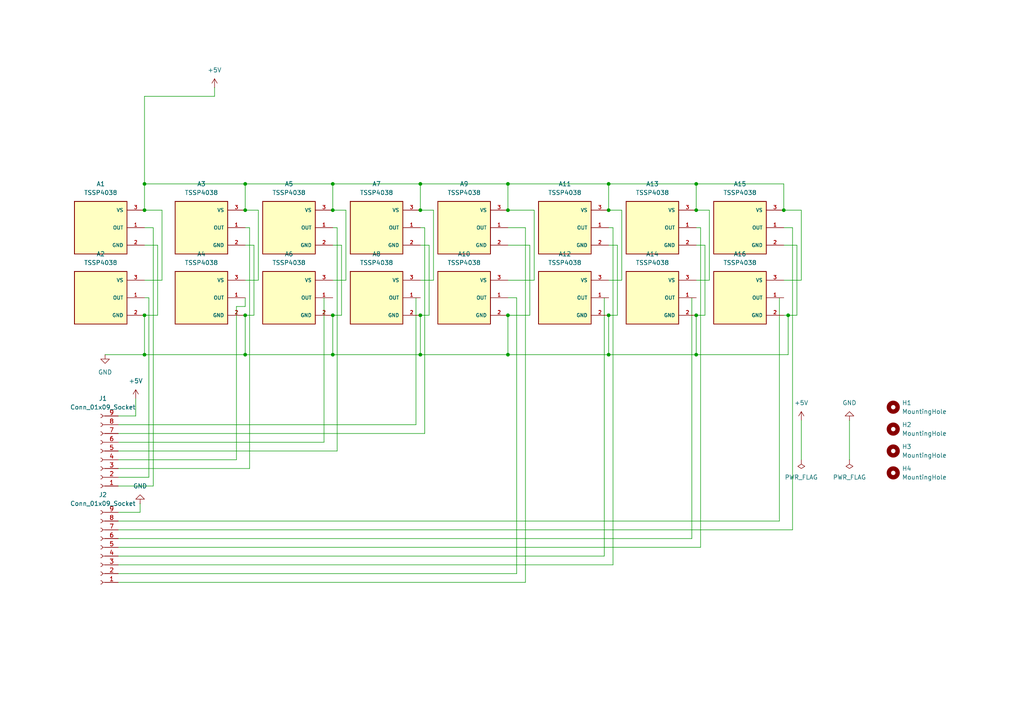
<source format=kicad_sch>
(kicad_sch (version 20231120) (generator "eeschema") (generator_version "8.0")
  (paper "A4")
  (lib_symbols
    (symbol "BALLSensor:TSSP4038" (pin_names (offset 1.016))
      (property "Reference" "A" (at -7.62 8.89 0))
      (property "Value" "TSSP4038" (at -7.62 -8.89 0))
      (symbol "TSSP4038_0_0"
        (rectangle (start -7.62 -7.62) (end 7.62 7.62) (stroke (width 0.254)) (fill (type background)))
        (pin output line (at 12.7 0 180) (length 5.08) (name "OUT") (number "1"))
        (pin power_in line (at 12.7 -5.08 180) (length 5.08) (name "GND") (number "2"))
        (pin power_in line (at 12.7 5.08 180) (length 5.08) (name "VS") (number "3"))
      )
    )
    (symbol "Connector:Conn_01x09_Socket" (pin_names (offset 1.016) hide)
      (property "Reference" "J" (at 0 12.7 0))
      (property "Value" "Conn_01x09_Socket" (at 0 -12.7 0))
      (symbol "Conn_01x09_Socket_1_1"
        (arc (start 0 -9.652) (mid -0.5058 -10.16) (end 0 -10.668) (stroke (width 0.1524)))
        (arc (start 0 -7.112) (mid -0.5058 -7.62) (end 0 -8.128) (stroke (width 0.1524)))
        (arc (start 0 -4.572) (mid -0.5058 -5.08) (end 0 -5.588) (stroke (width 0.1524)))
        (arc (start 0 -2.032) (mid -0.5058 -2.54) (end 0 -3.048) (stroke (width 0.1524)))
        (polyline (pts (xy -1.27 -10.16) (xy -0.508 -10.16)) (stroke (width 0.1524)))
        (polyline (pts (xy -1.27 -7.62) (xy -0.508 -7.62)) (stroke (width 0.1524)))
        (polyline (pts (xy -1.27 -5.08) (xy -0.508 -5.08)) (stroke (width 0.1524)))
        (polyline (pts (xy -1.27 -2.54) (xy -0.508 -2.54)) (stroke (width 0.1524)))
        (polyline (pts (xy -1.27 0) (xy -0.508 0)) (stroke (width 0.1524)))
        (polyline (pts (xy -1.27 2.54) (xy -0.508 2.54)) (stroke (width 0.1524)))
        (polyline (pts (xy -1.27 5.08) (xy -0.508 5.08)) (stroke (width 0.1524)))
        (polyline (pts (xy -1.27 7.62) (xy -0.508 7.62)) (stroke (width 0.1524)))
        (polyline (pts (xy -1.27 10.16) (xy -0.508 10.16)) (stroke (width 0.1524)))
        (arc (start 0 0.508) (mid -0.5058 0) (end 0 -0.508) (stroke (width 0.1524)))
        (arc (start 0 3.048) (mid -0.5058 2.54) (end 0 2.032) (stroke (width 0.1524)))
        (arc (start 0 5.588) (mid -0.5058 5.08) (end 0 4.572) (stroke (width 0.1524)))
        (arc (start 0 8.128) (mid -0.5058 7.62) (end 0 7.112) (stroke (width 0.1524)))
        (arc (start 0 10.668) (mid -0.5058 10.16) (end 0 9.652) (stroke (width 0.1524)))
        (pin passive line (at -5.08 10.16 0) (length 3.81) (name "Pin_1") (number "1"))
        (pin passive line (at -5.08 7.62 0) (length 3.81) (name "Pin_2") (number "2"))
        (pin passive line (at -5.08 5.08 0) (length 3.81) (name "Pin_3") (number "3"))
        (pin passive line (at -5.08 2.54 0) (length 3.81) (name "Pin_4") (number "4"))
        (pin passive line (at -5.08 0 0) (length 3.81) (name "Pin_5") (number "5"))
        (pin passive line (at -5.08 -2.54 0) (length 3.81) (name "Pin_6") (number "6"))
        (pin passive line (at -5.08 -5.08 0) (length 3.81) (name "Pin_7") (number "7"))
        (pin passive line (at -5.08 -7.62 0) (length 3.81) (name "Pin_8") (number "8"))
        (pin passive line (at -5.08 -10.16 0) (length 3.81) (name "Pin_9") (number "9"))
      )
    )
    (symbol "Mechanical:MountingHole" (pin_names (offset 1.016)) (exclude_from_sim yes) (in_bom no)
      (property "Reference" "H" (at 0 5.08 0))
      (property "Value" "MountingHole" (at 0 3.175 0))
      (symbol "MountingHole_0_1"
        (circle (center 0 0) (radius 1.27) (stroke (width 1.27)))
      )
    )
    (symbol "power:+5V" (power) (pin_numbers hide) (pin_names (offset 0) hide)
      (property "Value" "+5V" (at 0 3.556 0))
      (symbol "+5V_0_1"
        (polyline (pts (xy -0.762 1.27) (xy 0 2.54)))
        (polyline (pts (xy 0 0) (xy 0 2.54)))
        (polyline (pts (xy 0 2.54) (xy 0.762 1.27)))
      )
      (symbol "+5V_1_1"
        (pin power_in line (at 0 0 90) (length 0) (name "~") (number "1"))
      )
    )
    (symbol "power:GND" (power) (pin_numbers hide) (pin_names (offset 0) hide)
      (property "Value" "GND" (at 0 -3.81 0))
      (symbol "GND_0_1"
        (polyline (pts (xy 0 0) (xy 0 -1.27) (xy 1.27 -1.27) (xy 0 -2.54) (xy -1.27 -1.27) (xy 0 -1.27)))
      )
      (symbol "GND_1_1"
        (pin power_in line (at 0 0 270) (length 0) (name "~") (number "1"))
      )
    )
    (symbol "power:PWR_FLAG" (power) (pin_numbers hide) (pin_names (offset 0) hide)
      (property "Value" "PWR_FLAG" (at 0 3.81 0))
      (symbol "PWR_FLAG_0_0"
        (pin power_out line (at 0 0 90) (length 0) (name "~") (number "1"))
      )
      (symbol "PWR_FLAG_0_1"
        (polyline (pts (xy 0 0) (xy 0 1.27) (xy -1.016 1.905) (xy 0 2.54) (xy 1.016 1.905) (xy 0 1.27)))
      )
    )
  )
  (junction (at 71.12 102.87))
  (junction (at 147.32 91.44))
  (junction (at 147.32 60.96))
  (junction (at 176.53 60.96))
  (junction (at 96.52 53.34))
  (junction (at 176.53 91.44))
  (junction (at 121.92 60.96))
  (junction (at 121.92 91.44))
  (junction (at 176.53 53.34))
  (junction (at 41.91 102.87))
  (junction (at 201.93 53.34))
  (junction (at 71.12 60.96))
  (junction (at 41.91 60.96))
  (junction (at 228.6 91.44))
  (junction (at 96.52 60.96))
  (junction (at 96.52 91.44))
  (junction (at 201.93 60.96))
  (junction (at 71.12 53.34))
  (junction (at 121.92 53.34))
  (junction (at 96.52 102.87))
  (junction (at 121.92 102.87))
  (junction (at 41.91 91.44))
  (junction (at 147.32 53.34))
  (junction (at 176.53 102.87))
  (junction (at 71.12 91.44))
  (junction (at 201.93 91.44))
  (junction (at 201.93 102.87))
  (junction (at 41.91 53.34))
  (junction (at 147.32 102.87))
  (junction (at 227.33 60.96))
  (wire (pts (xy 45.72 71.12) (xy 41.91 71.12)))
  (wire (pts (xy 41.91 102.87) (xy 71.12 102.87)))
  (wire (pts (xy 147.32 91.44) (xy 147.32 102.87)))
  (wire (pts (xy 41.91 91.44) (xy 45.72 91.44)))
  (wire (pts (xy 44.45 140.97) (xy 34.29 140.97)))
  (wire (pts (xy 123.19 66.04) (xy 123.19 125.73)))
  (wire (pts (xy 39.37 120.65) (xy 34.29 120.65)))
  (wire (pts (xy 96.52 53.34) (xy 96.52 60.96)))
  (wire (pts (xy 68.58 133.35) (xy 34.29 133.35)))
  (wire (pts (xy 99.06 91.44) (xy 99.06 71.12)))
  (wire (pts (xy 147.32 102.87) (xy 176.53 102.87)))
  (wire (pts (xy 204.47 91.44) (xy 204.47 71.12)))
  (wire (pts (xy 41.91 66.04) (xy 44.45 66.04)))
  (wire (pts (xy 41.91 53.34) (xy 71.12 53.34)))
  (wire (pts (xy 228.6 102.87) (xy 228.6 91.44)))
  (wire (pts (xy 41.91 86.36) (xy 43.18 86.36)))
  (wire (pts (xy 125.73 81.28) (xy 121.92 81.28)))
  (wire (pts (xy 71.12 53.34) (xy 71.12 60.96)))
  (wire (pts (xy 205.74 81.28) (xy 201.93 81.28)))
  (wire (pts (xy 96.52 102.87) (xy 121.92 102.87)))
  (wire (pts (xy 231.14 71.12) (xy 227.33 71.12)))
  (wire (pts (xy 96.52 60.96) (xy 100.33 60.96)))
  (wire (pts (xy 232.41 81.28) (xy 227.33 81.28)))
  (wire (pts (xy 73.66 71.12) (xy 71.12 71.12)))
  (wire (pts (xy 147.32 66.04) (xy 152.4 66.04)))
  (wire (pts (xy 121.92 60.96) (xy 125.73 60.96)))
  (wire (pts (xy 232.41 121.92) (xy 232.41 133.35)))
  (wire (pts (xy 34.29 148.59) (xy 40.64 148.59)))
  (wire (pts (xy 227.33 66.04) (xy 229.87 66.04)))
  (wire (pts (xy 43.18 86.36) (xy 43.18 138.43)))
  (wire (pts (xy 43.18 138.43) (xy 34.29 138.43)))
  (wire (pts (xy 123.19 125.73) (xy 34.29 125.73)))
  (wire (pts (xy 96.52 53.34) (xy 121.92 53.34)))
  (wire (pts (xy 203.2 158.75) (xy 34.29 158.75)))
  (wire (pts (xy 72.39 66.04) (xy 72.39 135.89)))
  (wire (pts (xy 180.34 60.96) (xy 180.34 81.28)))
  (wire (pts (xy 246.38 121.92) (xy 246.38 133.35)))
  (wire (pts (xy 226.06 86.36) (xy 226.06 151.13)))
  (wire (pts (xy 149.86 86.36) (xy 147.32 86.36)))
  (wire (pts (xy 30.48 102.87) (xy 41.91 102.87)))
  (wire (pts (xy 71.12 66.04) (xy 72.39 66.04)))
  (wire (pts (xy 177.8 66.04) (xy 177.8 163.83)))
  (wire (pts (xy 44.45 66.04) (xy 44.45 140.97)))
  (wire (pts (xy 153.67 91.44) (xy 153.67 71.12)))
  (wire (pts (xy 227.33 86.36) (xy 226.06 86.36)))
  (wire (pts (xy 71.12 86.36) (xy 71.12 88.9)))
  (wire (pts (xy 179.07 71.12) (xy 176.53 71.12)))
  (wire (pts (xy 72.39 135.89) (xy 34.29 135.89)))
  (wire (pts (xy 227.33 53.34) (xy 227.33 60.96)))
  (wire (pts (xy 125.73 60.96) (xy 125.73 81.28)))
  (wire (pts (xy 124.46 91.44) (xy 124.46 71.12)))
  (wire (pts (xy 97.79 130.81) (xy 34.29 130.81)))
  (wire (pts (xy 175.26 161.29) (xy 34.29 161.29)))
  (wire (pts (xy 176.53 91.44) (xy 179.07 91.44)))
  (wire (pts (xy 71.12 91.44) (xy 71.12 102.87)))
  (wire (pts (xy 41.91 60.96) (xy 46.99 60.96)))
  (wire (pts (xy 100.33 60.96) (xy 100.33 81.28)))
  (wire (pts (xy 201.93 53.34) (xy 227.33 53.34)))
  (wire (pts (xy 62.23 25.4) (xy 62.23 27.94)))
  (wire (pts (xy 121.92 66.04) (xy 123.19 66.04)))
  (wire (pts (xy 97.79 66.04) (xy 97.79 130.81)))
  (wire (pts (xy 147.32 53.34) (xy 147.32 60.96)))
  (wire (pts (xy 154.94 60.96) (xy 154.94 81.28)))
  (wire (pts (xy 121.92 91.44) (xy 121.92 102.87)))
  (wire (pts (xy 147.32 91.44) (xy 153.67 91.44)))
  (wire (pts (xy 228.6 91.44) (xy 227.33 91.44)))
  (wire (pts (xy 41.91 102.87) (xy 41.91 91.44)))
  (wire (pts (xy 124.46 71.12) (xy 121.92 71.12)))
  (wire (pts (xy 176.53 66.04) (xy 177.8 66.04)))
  (wire (pts (xy 179.07 91.44) (xy 179.07 71.12)))
  (wire (pts (xy 175.26 86.36) (xy 175.26 161.29)))
  (wire (pts (xy 71.12 60.96) (xy 74.93 60.96)))
  (wire (pts (xy 201.93 71.12) (xy 204.47 71.12)))
  (wire (pts (xy 180.34 81.28) (xy 176.53 81.28)))
  (wire (pts (xy 120.65 123.19) (xy 34.29 123.19)))
  (wire (pts (xy 68.58 88.9) (xy 68.58 133.35)))
  (wire (pts (xy 201.93 53.34) (xy 201.93 60.96)))
  (wire (pts (xy 121.92 53.34) (xy 147.32 53.34)))
  (wire (pts (xy 93.98 86.36) (xy 93.98 128.27)))
  (wire (pts (xy 201.93 102.87) (xy 228.6 102.87)))
  (wire (pts (xy 96.52 91.44) (xy 99.06 91.44)))
  (wire (pts (xy 120.65 86.36) (xy 120.65 123.19)))
  (wire (pts (xy 147.32 60.96) (xy 154.94 60.96)))
  (wire (pts (xy 45.72 91.44) (xy 45.72 71.12)))
  (wire (pts (xy 201.93 60.96) (xy 205.74 60.96)))
  (wire (pts (xy 41.91 53.34) (xy 41.91 60.96)))
  (wire (pts (xy 203.2 66.04) (xy 203.2 158.75)))
  (wire (pts (xy 176.53 53.34) (xy 176.53 60.96)))
  (wire (pts (xy 39.37 115.57) (xy 39.37 120.65)))
  (wire (pts (xy 121.92 91.44) (xy 124.46 91.44)))
  (wire (pts (xy 74.93 81.28) (xy 71.12 81.28)))
  (wire (pts (xy 100.33 81.28) (xy 96.52 81.28)))
  (wire (pts (xy 176.53 102.87) (xy 201.93 102.87)))
  (wire (pts (xy 71.12 91.44) (xy 73.66 91.44)))
  (wire (pts (xy 152.4 168.91) (xy 34.29 168.91)))
  (wire (pts (xy 96.52 86.36) (xy 93.98 86.36)))
  (wire (pts (xy 229.87 153.67) (xy 34.29 153.67)))
  (wire (pts (xy 200.66 86.36) (xy 200.66 156.21)))
  (wire (pts (xy 231.14 91.44) (xy 231.14 71.12)))
  (wire (pts (xy 152.4 66.04) (xy 152.4 168.91)))
  (wire (pts (xy 121.92 86.36) (xy 120.65 86.36)))
  (wire (pts (xy 176.53 60.96) (xy 180.34 60.96)))
  (wire (pts (xy 41.91 27.94) (xy 41.91 53.34)))
  (wire (pts (xy 73.66 91.44) (xy 73.66 71.12)))
  (wire (pts (xy 201.93 91.44) (xy 201.93 102.87)))
  (wire (pts (xy 200.66 156.21) (xy 34.29 156.21)))
  (wire (pts (xy 99.06 71.12) (xy 96.52 71.12)))
  (wire (pts (xy 147.32 81.28) (xy 154.94 81.28)))
  (wire (pts (xy 228.6 91.44) (xy 231.14 91.44)))
  (wire (pts (xy 46.99 81.28) (xy 41.91 81.28)))
  (wire (pts (xy 121.92 102.87) (xy 147.32 102.87)))
  (wire (pts (xy 71.12 53.34) (xy 96.52 53.34)))
  (wire (pts (xy 96.52 91.44) (xy 96.52 102.87)))
  (wire (pts (xy 177.8 163.83) (xy 34.29 163.83)))
  (wire (pts (xy 201.93 86.36) (xy 200.66 86.36)))
  (wire (pts (xy 96.52 66.04) (xy 97.79 66.04)))
  (wire (pts (xy 71.12 102.87) (xy 96.52 102.87)))
  (wire (pts (xy 74.93 60.96) (xy 74.93 81.28)))
  (wire (pts (xy 71.12 88.9) (xy 68.58 88.9)))
  (wire (pts (xy 93.98 128.27) (xy 34.29 128.27)))
  (wire (pts (xy 34.29 151.13) (xy 226.06 151.13)))
  (wire (pts (xy 176.53 53.34) (xy 201.93 53.34)))
  (wire (pts (xy 40.64 148.59) (xy 40.64 146.05)))
  (wire (pts (xy 149.86 166.37) (xy 149.86 86.36)))
  (wire (pts (xy 153.67 71.12) (xy 147.32 71.12)))
  (wire (pts (xy 121.92 53.34) (xy 121.92 60.96)))
  (wire (pts (xy 227.33 60.96) (xy 232.41 60.96)))
  (wire (pts (xy 229.87 66.04) (xy 229.87 153.67)))
  (wire (pts (xy 176.53 86.36) (xy 175.26 86.36)))
  (wire (pts (xy 62.23 27.94) (xy 41.91 27.94)))
  (wire (pts (xy 34.29 166.37) (xy 149.86 166.37)))
  (wire (pts (xy 232.41 60.96) (xy 232.41 81.28)))
  (wire (pts (xy 176.53 91.44) (xy 176.53 102.87)))
  (wire (pts (xy 46.99 60.96) (xy 46.99 81.28)))
  (wire (pts (xy 147.32 53.34) (xy 176.53 53.34)))
  (wire (pts (xy 201.93 66.04) (xy 203.2 66.04)))
  (wire (pts (xy 205.74 60.96) (xy 205.74 81.28)))
  (wire (pts (xy 201.93 91.44) (xy 204.47 91.44)))
  (symbol (lib_id "power:PWR_FLAG") (at 246.38 133.35 180) (unit 1)
    (property "Reference" "#FLG02" (effects (hide yes)))
    (property "Value" "PWR_FLAG" (at 246.38 138.43 0))
    (property "Description" "Special symbol for telling ERC where power comes from" (effects (hide yes)))
  )
  (symbol (lib_id "power:GND") (at 246.38 121.92 180) (unit 1)
    (property "Reference" "#PWR06" (effects (hide yes)))
    (property "Value" "GND" (at 246.38 116.84 0))
    (property "Description" "Power symbol creates a global label with name \"GND\" , ground" (effects (hide yes)))
  )
  (symbol (lib_id "power:+5V") (at 62.23 25.4 0) (unit 1)
    (property "Reference" "#PWR04" (effects (hide yes)))
    (property "Value" "+5V" (at 62.23 20.32 0))
    (property "Description" "Power symbol creates a global label with name \"+5V\"" (effects (hide yes)))
  )
  (symbol (lib_id "BALLSensor:TSSP4038") (at 29.21 66.04 0) (unit 1)
    (property "Reference" "A1" (at 29.21 53.34 0))
    (property "Value" "TSSP4038" (at 29.21 55.88 0))
    (property "Footprint" "BALLSensor:TSSP4038" (effects (hide yes)))
    (property "PARTREV" "2.3" (effects (hide yes)))
    (property "STANDARD" "IPC 7351B" (effects (hide yes)))
    (property "MAXIMUM_PACKAGE_HEIGHT" "10.25 mm" (effects (hide yes)))
    (property "MANUFACTURER" "Vishay" (effects (hide yes)))
  )
  (symbol (lib_id "Mechanical:MountingHole") (at 259.08 124.46 0) (unit 1) (exclude_from_sim yes) (in_bom no)
    (property "Reference" "H2" (at 261.62 123.1899 0) (effects (justify left)))
    (property "Value" "MountingHole" (at 261.62 125.7299 0) (effects (justify left)))
    (property "Footprint" "MountingHole:MountingHole_3.2mm_M3" (effects (hide yes)))
    (property "Description" "Mounting Hole without connection" (effects (hide yes)))
  )
  (symbol (lib_id "BALLSensor:TSSP4038") (at 163.83 86.36 0) (unit 1)
    (property "Reference" "A12" (at 163.83 73.66 0))
    (property "Value" "TSSP4038" (at 163.83 76.2 0))
    (property "Footprint" "BALLSensor:TSSP4038" (effects (hide yes)))
    (property "PARTREV" "2.3" (effects (hide yes)))
    (property "STANDARD" "IPC 7351B" (effects (hide yes)))
    (property "MAXIMUM_PACKAGE_HEIGHT" "10.25 mm" (effects (hide yes)))
    (property "MANUFACTURER" "Vishay" (effects (hide yes)))
  )
  (symbol (lib_id "BALLSensor:TSSP4038") (at 83.82 66.04 0) (unit 1)
    (property "Reference" "A5" (at 83.82 53.34 0))
    (property "Value" "TSSP4038" (at 83.82 55.88 0))
    (property "Footprint" "BALLSensor:TSSP4038" (effects (hide yes)))
    (property "PARTREV" "2.3" (effects (hide yes)))
    (property "STANDARD" "IPC 7351B" (effects (hide yes)))
    (property "MAXIMUM_PACKAGE_HEIGHT" "10.25 mm" (effects (hide yes)))
    (property "MANUFACTURER" "Vishay" (effects (hide yes)))
  )
  (symbol (lib_id "power:GND") (at 30.48 102.87 0) (unit 1)
    (property "Reference" "#PWR01" (effects (hide yes)))
    (property "Value" "GND" (at 30.48 107.95 0))
    (property "Description" "Power symbol creates a global label with name \"GND\" , ground" (effects (hide yes)))
  )
  (symbol (lib_id "power:+5V") (at 232.41 121.92 0) (unit 1)
    (property "Reference" "#PWR05" (effects (hide yes)))
    (property "Value" "+5V" (at 232.41 116.84 0))
    (property "Description" "Power symbol creates a global label with name \"+5V\"" (effects (hide yes)))
  )
  (symbol (lib_id "BALLSensor:TSSP4038") (at 134.62 66.04 0) (unit 1)
    (property "Reference" "A9" (at 134.62 53.34 0))
    (property "Value" "TSSP4038" (at 134.62 55.88 0))
    (property "Footprint" "BALLSensor:TSSP4038" (effects (hide yes)))
    (property "PARTREV" "2.3" (effects (hide yes)))
    (property "STANDARD" "IPC 7351B" (effects (hide yes)))
    (property "MAXIMUM_PACKAGE_HEIGHT" "10.25 mm" (effects (hide yes)))
    (property "MANUFACTURER" "Vishay" (effects (hide yes)))
  )
  (symbol (lib_id "BALLSensor:TSSP4038") (at 109.22 66.04 0) (unit 1)
    (property "Reference" "A7" (at 109.22 53.34 0))
    (property "Value" "TSSP4038" (at 109.22 55.88 0))
    (property "Footprint" "BALLSensor:TSSP4038" (effects (hide yes)))
    (property "PARTREV" "2.3" (effects (hide yes)))
    (property "STANDARD" "IPC 7351B" (effects (hide yes)))
    (property "MAXIMUM_PACKAGE_HEIGHT" "10.25 mm" (effects (hide yes)))
    (property "MANUFACTURER" "Vishay" (effects (hide yes)))
  )
  (symbol (lib_id "Mechanical:MountingHole") (at 259.08 118.11 0) (unit 1) (exclude_from_sim yes) (in_bom no)
    (property "Reference" "H1" (at 261.62 116.8399 0) (effects (justify left)))
    (property "Value" "MountingHole" (at 261.62 119.3799 0) (effects (justify left)))
    (property "Footprint" "MountingHole:MountingHole_3.2mm_M3" (effects (hide yes)))
    (property "Description" "Mounting Hole without connection" (effects (hide yes)))
  )
  (symbol (lib_id "power:PWR_FLAG") (at 232.41 133.35 180) (unit 1)
    (property "Reference" "#FLG01" (effects (hide yes)))
    (property "Value" "PWR_FLAG" (at 232.41 138.43 0))
    (property "Description" "Special symbol for telling ERC where power comes from" (effects (hide yes)))
  )
  (symbol (lib_id "Mechanical:MountingHole") (at 259.08 130.81 0) (unit 1) (exclude_from_sim yes) (in_bom no)
    (property "Reference" "H3" (at 261.62 129.5399 0) (effects (justify left)))
    (property "Value" "MountingHole" (at 261.62 132.0799 0) (effects (justify left)))
    (property "Footprint" "MountingHole:MountingHole_3.2mm_M3" (effects (hide yes)))
    (property "Description" "Mounting Hole without connection" (effects (hide yes)))
  )
  (symbol (lib_id "Mechanical:MountingHole") (at 259.08 137.16 0) (unit 1) (exclude_from_sim yes) (in_bom no)
    (property "Reference" "H4" (at 261.62 135.8899 0) (effects (justify left)))
    (property "Value" "MountingHole" (at 261.62 138.4299 0) (effects (justify left)))
    (property "Footprint" "MountingHole:MountingHole_3.2mm_M3" (effects (hide yes)))
    (property "Description" "Mounting Hole without connection" (effects (hide yes)))
  )
  (symbol (lib_id "power:+5V") (at 39.37 115.57 0) (unit 1)
    (property "Reference" "#PWR02" (effects (hide yes)))
    (property "Value" "+5V" (at 39.37 110.49 0))
    (property "Description" "Power symbol creates a global label with name \"+5V\"" (effects (hide yes)))
  )
  (symbol (lib_id "Connector:Conn_01x09_Socket") (at 29.21 130.81 180) (unit 1)
    (property "Reference" "J1" (at 29.845 115.57 0))
    (property "Value" "Conn_01x09_Socket" (at 29.845 118.11 0))
    (property "Footprint" "Connector_PinHeader_2.54mm:PinHeader_1x09_P2.54mm_Vertical" (effects (hide yes)))
    (property "Description" "Generic connector, single row, 01x09, script generated" (effects (hide yes)))
  )
  (symbol (lib_id "power:GND") (at 40.64 146.05 180) (unit 1)
    (property "Reference" "#PWR03" (effects (hide yes)))
    (property "Value" "GND" (at 40.64 140.97 0))
    (property "Description" "Power symbol creates a global label with name \"GND\" , ground" (effects (hide yes)))
  )
  (symbol (lib_id "BALLSensor:TSSP4038") (at 109.22 86.36 0) (unit 1)
    (property "Reference" "A8" (at 109.22 73.66 0))
    (property "Value" "TSSP4038" (at 109.22 76.2 0))
    (property "Footprint" "BALLSensor:TSSP4038" (effects (hide yes)))
    (property "PARTREV" "2.3" (effects (hide yes)))
    (property "STANDARD" "IPC 7351B" (effects (hide yes)))
    (property "MAXIMUM_PACKAGE_HEIGHT" "10.25 mm" (effects (hide yes)))
    (property "MANUFACTURER" "Vishay" (effects (hide yes)))
  )
  (symbol (lib_id "BALLSensor:TSSP4038") (at 214.63 66.04 0) (unit 1)
    (property "Reference" "A15" (at 214.63 53.34 0))
    (property "Value" "TSSP4038" (at 214.63 55.88 0))
    (property "Footprint" "BALLSensor:TSSP4038" (effects (hide yes)))
    (property "PARTREV" "2.3" (effects (hide yes)))
    (property "STANDARD" "IPC 7351B" (effects (hide yes)))
    (property "MAXIMUM_PACKAGE_HEIGHT" "10.25 mm" (effects (hide yes)))
    (property "MANUFACTURER" "Vishay" (effects (hide yes)))
  )
  (symbol (lib_id "BALLSensor:TSSP4038") (at 189.23 66.04 0) (unit 1)
    (property "Reference" "A13" (at 189.23 53.34 0))
    (property "Value" "TSSP4038" (at 189.23 55.88 0))
    (property "Footprint" "BALLSensor:TSSP4038" (effects (hide yes)))
    (property "PARTREV" "2.3" (effects (hide yes)))
    (property "STANDARD" "IPC 7351B" (effects (hide yes)))
    (property "MAXIMUM_PACKAGE_HEIGHT" "10.25 mm" (effects (hide yes)))
    (property "MANUFACTURER" "Vishay" (effects (hide yes)))
  )
  (symbol (lib_id "BALLSensor:TSSP4038") (at 134.62 86.36 0) (unit 1)
    (property "Reference" "A10" (at 134.62 73.66 0))
    (property "Value" "TSSP4038" (at 134.62 76.2 0))
    (property "Footprint" "BALLSensor:TSSP4038" (effects (hide yes)))
    (property "PARTREV" "2.3" (effects (hide yes)))
    (property "STANDARD" "IPC 7351B" (effects (hide yes)))
    (property "MAXIMUM_PACKAGE_HEIGHT" "10.25 mm" (effects (hide yes)))
    (property "MANUFACTURER" "Vishay" (effects (hide yes)))
  )
  (symbol (lib_id "BALLSensor:TSSP4038") (at 29.21 86.36 0) (unit 1)
    (property "Reference" "A2" (at 29.21 73.66 0))
    (property "Value" "TSSP4038" (at 29.21 76.2 0))
    (property "Footprint" "BALLSensor:TSSP4038" (effects (hide yes)))
    (property "PARTREV" "2.3" (effects (hide yes)))
    (property "STANDARD" "IPC 7351B" (effects (hide yes)))
    (property "MAXIMUM_PACKAGE_HEIGHT" "10.25 mm" (effects (hide yes)))
    (property "MANUFACTURER" "Vishay" (effects (hide yes)))
  )
  (symbol (lib_id "BALLSensor:TSSP4038") (at 83.82 86.36 0) (unit 1)
    (property "Reference" "A6" (at 83.82 73.66 0))
    (property "Value" "TSSP4038" (at 83.82 76.2 0))
    (property "Footprint" "BALLSensor:TSSP4038" (effects (hide yes)))
    (property "PARTREV" "2.3" (effects (hide yes)))
    (property "STANDARD" "IPC 7351B" (effects (hide yes)))
    (property "MAXIMUM_PACKAGE_HEIGHT" "10.25 mm" (effects (hide yes)))
    (property "MANUFACTURER" "Vishay" (effects (hide yes)))
  )
  (symbol (lib_id "BALLSensor:TSSP4038") (at 58.42 66.04 0) (unit 1)
    (property "Reference" "A3" (at 58.42 53.34 0))
    (property "Value" "TSSP4038" (at 58.42 55.88 0))
    (property "Footprint" "BALLSensor:TSSP4038" (effects (hide yes)))
    (property "PARTREV" "2.3" (effects (hide yes)))
    (property "STANDARD" "IPC 7351B" (effects (hide yes)))
    (property "MAXIMUM_PACKAGE_HEIGHT" "10.25 mm" (effects (hide yes)))
    (property "MANUFACTURER" "Vishay" (effects (hide yes)))
  )
  (symbol (lib_id "BALLSensor:TSSP4038") (at 189.23 86.36 0) (unit 1)
    (property "Reference" "A14" (at 189.23 73.66 0))
    (property "Value" "TSSP4038" (at 189.23 76.2 0))
    (property "Footprint" "BALLSensor:TSSP4038" (effects (hide yes)))
    (property "PARTREV" "2.3" (effects (hide yes)))
    (property "STANDARD" "IPC 7351B" (effects (hide yes)))
    (property "MAXIMUM_PACKAGE_HEIGHT" "10.25 mm" (effects (hide yes)))
    (property "MANUFACTURER" "Vishay" (effects (hide yes)))
  )
  (symbol (lib_id "BALLSensor:TSSP4038") (at 214.63 86.36 0) (unit 1)
    (property "Reference" "A16" (at 214.63 73.66 0))
    (property "Value" "TSSP4038" (at 214.63 76.2 0))
    (property "Footprint" "BALLSensor:TSSP4038" (effects (hide yes)))
    (property "PARTREV" "2.3" (effects (hide yes)))
    (property "STANDARD" "IPC 7351B" (effects (hide yes)))
    (property "MAXIMUM_PACKAGE_HEIGHT" "10.25 mm" (effects (hide yes)))
    (property "MANUFACTURER" "Vishay" (effects (hide yes)))
  )
  (symbol (lib_id "BALLSensor:TSSP4038") (at 163.83 66.04 0) (unit 1)
    (property "Reference" "A11" (at 163.83 53.34 0))
    (property "Value" "TSSP4038" (at 163.83 55.88 0))
    (property "Footprint" "BALLSensor:TSSP4038" (effects (hide yes)))
    (property "PARTREV" "2.3" (effects (hide yes)))
    (property "STANDARD" "IPC 7351B" (effects (hide yes)))
    (property "MAXIMUM_PACKAGE_HEIGHT" "10.25 mm" (effects (hide yes)))
    (property "MANUFACTURER" "Vishay" (effects (hide yes)))
  )
  (symbol (lib_id "BALLSensor:TSSP4038") (at 58.42 86.36 0) (unit 1)
    (property "Reference" "A4" (at 58.42 73.66 0))
    (property "Value" "TSSP4038" (at 58.42 76.2 0))
    (property "Footprint" "BALLSensor:TSSP4038" (effects (hide yes)))
    (property "PARTREV" "2.3" (effects (hide yes)))
    (property "STANDARD" "IPC 7351B" (effects (hide yes)))
    (property "MAXIMUM_PACKAGE_HEIGHT" "10.25 mm" (effects (hide yes)))
    (property "MANUFACTURER" "Vishay" (effects (hide yes)))
  )
  (symbol (lib_id "Connector:Conn_01x09_Socket") (at 29.21 158.75 180) (unit 1)
    (property "Reference" "J2" (at 29.845 143.51 0))
    (property "Value" "Conn_01x09_Socket" (at 29.845 146.05 0))
    (property "Footprint" "Connector_PinHeader_2.54mm:PinHeader_1x09_P2.54mm_Vertical" (effects (hide yes)))
    (property "Description" "Generic connector, single row, 01x09, script generated" (effects (hide yes)))
  )
)
</source>
